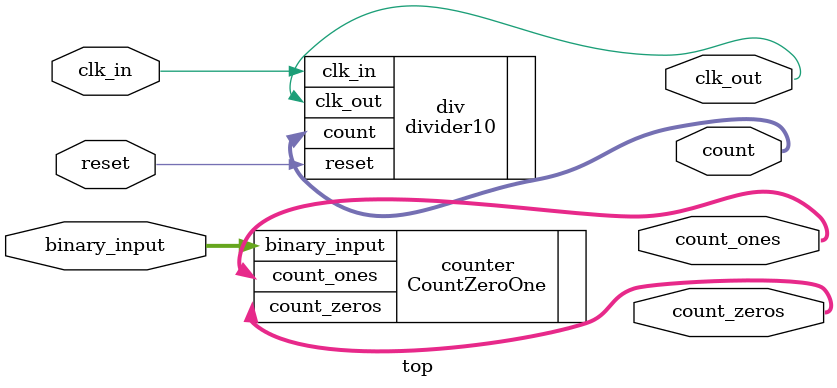
<source format=v>
`timescale 1ns / 1ps

module top (
    input clk_in,         // ÊäÈëÊ±ÖÓ
    input reset,          // ÖØÖÃÐÅºÅ
    input [31:0] binary_input, // 32Î»¶þ½øÖÆÊäÈë
    output [5:0] count_zeros,  // Í³¼Æ0µÄ´ÎÊý
    output [5:0] count_ones,   // Í³¼Æ1µÄ´ÎÊý
    output clk_out ,       // ·ÖÆµºóµÄÊ±ÖÓÊä³ö
    output [3:0]count     // ÓÃÓÚ·ÖÆµÆ÷µÄ¼ÆÊýÐÅºÅ
);


    // ÊµÀý»¯divider10Ä£¿é
    divider10 div (
        .clk_in(clk_in),
        .reset(reset),
        .clk_out(clk_out),
        .count(count)
    );

    // ÊµÀý»¯CountZeroOneÄ£¿é
    CountZeroOne counter (
        .binary_input(binary_input),
        .count_zeros(count_zeros),
        .count_ones(count_ones)
    );

endmodule


</source>
